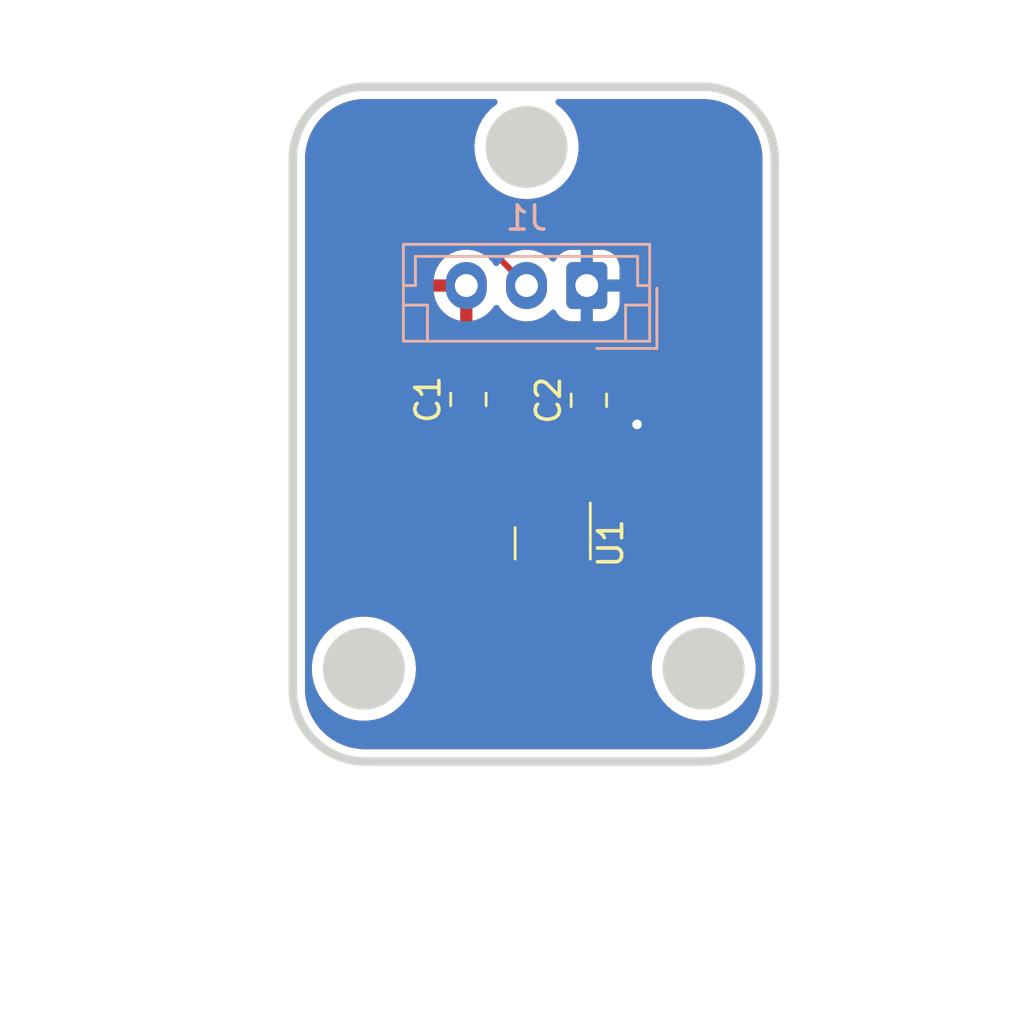
<source format=kicad_pcb>
(kicad_pcb (version 20211014) (generator pcbnew)
  (layers (0 "F.Cu" signal) (31 "B.Cu" signal) (34 "B.Paste" user) (35 "F.Paste" user) (36 "B.SilkS" user "B.Silkscreen") (37 "F.SilkS" user "F.Silkscreen") (38 "B.Mask" user) (39 "F.Mask" user) (44 "Edge.Cuts" user))
  (net 0 "")
  (net 1 "/Vout")
  (net 2 "GNDREF")
  (net 3 "+3V3")
  (footprint "Capacitor_SMD:C_0805_2012Metric_Pad1.18x1.45mm_HandSolder" (layer "F.Cu") (at 137.7875 63.5625 90)
    (fp_text reference "C2" (at 0 -1.68 90) (layer "F.SilkS"))
    (fp_text value "100nf")
    (fp_line (start -0.261252 -0.735) (end 0.261252 -0.735) (layer "F.SilkS") (width 0.12))
    (fp_line (start -0.261252 0.735) (end 0.261252 0.735) (layer "F.SilkS") (width 0.12))
    (pad "1" smd roundrect (at -1.0375 0 90) (size 1.175 1.45) (layers "F.Cu" "F.Paste" "F.Mask") (roundrect_rratio 0.2127659574) (net 3 "+3V3"))
    (pad "2" smd roundrect (at 1.0375 0 90) (size 1.175 1.45) (layers "F.Cu" "F.Paste" "F.Mask") (roundrect_rratio 0.2127659574) (net 2 "GNDREF"))
  )
  (footprint "Capacitor_SMD:C_0805_2012Metric_Pad1.18x1.45mm_HandSolder" (layer "F.Cu") (at 132.7875 63.525 90)
    (fp_text reference "C1" (at 0 -1.68 90) (layer "F.SilkS"))
    (fp_text value "4.7nf")
    (fp_line (start -0.261252 -0.735) (end 0.261252 -0.735) (layer "F.SilkS") (width 0.12))
    (fp_line (start -0.261252 0.735) (end 0.261252 0.735) (layer "F.SilkS") (width 0.12))
    (pad "1" smd roundrect (at -1.0375 0 90) (size 1.175 1.45) (layers "F.Cu" "F.Paste" "F.Mask") (roundrect_rratio 0.2127659574) (net 1 "/Vout"))
    (pad "2" smd roundrect (at 1.0375 0 90) (size 1.175 1.45) (layers "F.Cu" "F.Paste" "F.Mask") (roundrect_rratio 0.2127659574) (net 2 "GNDREF"))
  )
  (footprint "Package_TO_SOT_SMD:SOT-23" (layer "F.Cu") (at 136.2875 69.5 -90)
    (fp_text reference "U1" (at 0 -2.4 90) (layer "F.SilkS"))
    (fp_text value "MT9105ET")
    (fp_line (start 0 1.56) (end -0.65 1.56) (layer "F.SilkS") (width 0.12))
    (fp_line (start 0 -1.56) (end -1.675 -1.56) (layer "F.SilkS") (width 0.12))
    (fp_line (start 0 1.56) (end 0.65 1.56) (layer "F.SilkS") (width 0.12))
    (fp_line (start 0 -1.56) (end 0.65 -1.56) (layer "F.SilkS") (width 0.12))
    (pad "1" smd roundrect (at -0.9375 -0.95 270) (size 1.475 0.6) (layers "F.Cu" "F.Paste" "F.Mask") (net 3 "+3V3"))
    (pad "2" smd roundrect (at -0.9375 0.95 270) (size 1.475 0.6) (layers "F.Cu" "F.Paste" "F.Mask") (net 1 "/Vout"))
    (pad "3" smd roundrect (at 0.9375 0 270) (size 1.475 0.6) (layers "F.Cu" "F.Paste" "F.Mask") (net 2 "GNDREF"))
  )
  (footprint "Connector_JST:JST_EH_B3B-EH-A_1x03_P2.50mm_Vertical" (layer "B.Cu") (at 137.7 58.8 180)
    (fp_text reference "J1" (at 2.5 2.8) (layer "B.SilkS") (effects (justify mirror)))
    (fp_text value "Conn_01x03_Female")
    (fp_line (start 7.61 1.71) (end -2.61 1.71) (layer "B.SilkS") (width 0.12))
    (fp_line (start -2.11 0) (end -2.11 1.21) (layer "B.SilkS") (width 0.12))
    (fp_line (start -2.61 0) (end -2.11 0) (layer "B.SilkS") (width 0.12))
    (fp_line (start -2.61 -0.81) (end -1.61 -0.81) (layer "B.SilkS") (width 0.12))
    (fp_line (start 7.11 1.21) (end 7.11 0) (layer "B.SilkS") (width 0.12))
    (fp_line (start -2.61 1.71) (end -2.61 -2.31) (layer "B.SilkS") (width 0.12))
    (fp_line (start -2.61 -2.31) (end 7.61 -2.31) (layer "B.SilkS") (width 0.12))
    (fp_line (start 7.61 -0.81) (end 6.61 -0.81) (layer "B.SilkS") (width 0.12))
    (fp_line (start -2.91 -0.11) (end -2.91 -2.61) (layer "B.SilkS") (width 0.12))
    (fp_line (start -2.91 -2.61) (end -0.41 -2.61) (layer "B.SilkS") (width 0.12))
    (fp_line (start 6.61 -0.81) (end 6.61 -2.31) (layer "B.SilkS") (width 0.12))
    (fp_line (start 7.61 -2.31) (end 7.61 1.71) (layer "B.SilkS") (width 0.12))
    (fp_line (start 7.11 0) (end 7.61 0) (layer "B.SilkS") (width 0.12))
    (fp_line (start -1.61 -0.81) (end -1.61 -2.31) (layer "B.SilkS") (width 0.12))
    (fp_line (start -2.11 1.21) (end 7.11 1.21) (layer "B.SilkS") (width 0.12))
    (pad "1" thru_hole roundrect (at 0 0 180) (size 1.7 1.95) (drill 0.95) (layers *.Cu *.Mask) (roundrect_rratio 0.1470588235) (net 3 "+3V3"))
    (pad "2" thru_hole oval (at 2.5 0 180) (size 1.7 1.95) (drill 0.95) (layers *.Cu *.Mask) (net 1 "/Vout"))
    (pad "3" thru_hole oval (at 5 0 180) (size 1.7 1.95) (drill 0.95) (layers *.Cu *.Mask) (net 2 "GNDREF"))
  )
  (gr_line (start 127.627495 50.679675) (end 127.768749 50.640476) (layer "Edge.Cuts") (width 0.349999))
  (gr_line (start 143.088003 50.608176) (end 143.231251 50.640476) (layer "Edge.Cuts") (width 0.349999))
  (gr_line (start 142.943009 78.517122) (end 142.796513 78.535319) (layer "Edge.Cuts") (width 0.349999))
  (gr_line (start 128.203487 50.56468) (end 128.351239 50.553687) (layer "Edge.Cuts") (width 0.349999))
  (gr_line (start 126.088673 77.334815) (end 126.004035 77.214399) (layer "Edge.Cuts") (width 0.349999))
  (gr_line (start 142.648761 50.553687) (end 142.796513 50.56468) (layer "Edge.Cuts") (width 0.349999))
  (gr_line (start 145.467123 53.10699) (end 145.48532 53.253486) (layer "Edge.Cuts") (width 0.349999))
  (gr_line (start 126.004035 77.214399) (end 125.925584 77.090268) (layer "Edge.Cuts") (width 0.349999))
  (gr_line (start 127.768749 50.640476) (end 127.911997 50.608176) (layer "Edge.Cuts") (width 0.349999))
  (gr_line (start 145.324329 76.561518) (end 145.271638 76.698048) (layer "Edge.Cuts") (width 0.349999))
  (gr_line (start 125.728362 76.698048) (end 125.675671 76.561518) (layer "Edge.Cuts") (width 0.349999))
  (gr_line (start 126.37868 51.428679) (end 126.486477 51.326096) (layer "Edge.Cuts") (width 0.349999))
  (gr_line (start 126.179394 51.648726) (end 126.276097 51.536476) (layer "Edge.Cuts") (width 0.349999))
  (gr_line (start 126.004035 51.885598) (end 126.088673 51.765182) (layer "Edge.Cuts") (width 0.349999))
  (gr_line (start 144.401272 77.870604) (end 144.284816 77.961326) (layer "Edge.Cuts") (width 0.349999))
  (gr_line (start 145.496313 53.401238) (end 145.5 53.55) (layer "Edge.Cuts") (width 0.349999))
  (gr_line (start 142.5 50.55) (end 142.5 50.55) (layer "Edge.Cuts") (width 0.349999))
  (gr_line (start 144.284816 77.961326) (end 144.1644 78.045963) (layer "Edge.Cuts") (width 0.349999))
  (gr_line (start 145.496313 75.69876) (end 145.48532 75.846512) (layer "Edge.Cuts") (width 0.349999))
  (gr_line (start 145.074416 52.009729) (end 145.14658 52.137328) (layer "Edge.Cuts") (width 0.349999))
  (gr_line (start 143.088003 78.491822) (end 142.943009 78.517122) (layer "Edge.Cuts") (width 0.349999))
  (gr_line (start 125.503688 53.401238) (end 125.514681 53.253486) (layer "Edge.Cuts") (width 0.349999))
  (gr_line (start 145.409523 52.818748) (end 145.441823 52.961996) (layer "Edge.Cuts") (width 0.349999))
  (gr_line (start 145.48532 53.253486) (end 145.496313 53.401238) (layer "Edge.Cuts") (width 0.349999))
  (gr_line (start 127.218151 50.837644) (end 127.35195 50.778361) (layer "Edge.Cuts") (width 0.349999))
  (gr_line (start 144.621319 51.428679) (end 144.621319 51.428679) (layer "Edge.Cuts") (width 0.349999))
  (gr_line (start 126.276097 77.56352) (end 126.179394 77.451271) (layer "Edge.Cuts") (width 0.349999))
  (gr_circle (center 142.55 74.7) (end 144.2 74.7) (layer "Edge.Cuts") (width 0.1) (fill solid))
  (gr_line (start 125.590477 52.818748) (end 125.629676 52.677494) (layer "Edge.Cuts") (width 0.349999))
  (gr_line (start 145.5 53.55) (end 145.5 75.549999) (layer "Edge.Cuts") (width 0.349999))
  (gr_line (start 126.37868 51.428679) (end 126.37868 51.428679) (layer "Edge.Cuts") (width 0.349999))
  (gr_circle (center 128.45 74.7) (end 130.1 74.7) (layer "Edge.Cuts") (width 0.1) (fill solid))
  (gr_line (start 143.781848 50.837644) (end 143.91267 50.903419) (layer "Edge.Cuts") (width 0.349999))
  (gr_line (start 142.796513 78.535319) (end 142.648761 78.546312) (layer "Edge.Cuts") (width 0.349999))
  (gr_circle (center 135.2 53.049194) (end 136.85 53.049194) (layer "Edge.Cuts") (width 0.1) (fill solid))
  (gr_line (start 126.835599 51.054034) (end 126.95973 50.975583) (layer "Edge.Cuts") (width 0.349999))
  (gr_line (start 128.500001 50.55) (end 142.5 50.55) (layer "Edge.Cuts") (width 0.349999))
  (gr_line (start 127.35195 78.321637) (end 127.218151 78.262354) (layer "Edge.Cuts") (width 0.349999))
  (gr_line (start 126.276097 51.536476) (end 126.37868 51.428679) (layer "Edge.Cuts") (width 0.349999))
  (gr_line (start 126.486477 51.326096) (end 126.598727 51.229393) (layer "Edge.Cuts") (width 0.349999))
  (gr_line (start 125.558177 52.961996) (end 125.590477 52.818748) (layer "Edge.Cuts") (width 0.349999))
  (gr_line (start 125.532878 75.993008) (end 125.514681 75.846512) (layer "Edge.Cuts") (width 0.349999))
  (gr_line (start 126.598727 51.229393) (end 126.715183 51.138672) (layer "Edge.Cuts") (width 0.349999))
  (gr_line (start 145.212355 76.831847) (end 145.14658 76.962669) (layer "Edge.Cuts") (width 0.349999))
  (gr_line (start 125.787645 76.831847) (end 125.728362 76.698048) (layer "Edge.Cuts") (width 0.349999))
  (gr_line (start 145.370324 52.677494) (end 145.409523 52.818748) (layer "Edge.Cuts") (width 0.349999))
  (gr_line (start 145.271638 76.698048) (end 145.212355 76.831847) (layer "Edge.Cuts") (width 0.349999))
  (gr_line (start 143.231251 78.459522) (end 143.088003 78.491822) (layer "Edge.Cuts") (width 0.349999))
  (gr_line (start 143.231251 50.640476) (end 143.372505 50.679675) (layer "Edge.Cuts") (width 0.349999))
  (gr_line (start 126.179394 77.451271) (end 126.088673 77.334815) (layer "Edge.Cuts") (width 0.349999))
  (gr_line (start 125.85342 52.137328) (end 125.925584 52.009729) (layer "Edge.Cuts") (width 0.349999))
  (gr_line (start 125.590477 76.28125) (end 125.558177 76.138002) (layer "Edge.Cuts") (width 0.349999))
  (gr_line (start 145.5 75.549999) (end 145.5 75.549999) (layer "Edge.Cuts") (width 0.349999))
  (gr_line (start 144.911327 51.765182) (end 144.995964 51.885598) (layer "Edge.Cuts") (width 0.349999))
  (gr_line (start 125.514681 53.253486) (end 125.532878 53.10699) (layer "Edge.Cuts") (width 0.349999))
  (gr_line (start 128.500001 50.55) (end 128.500001 50.55) (layer "Edge.Cuts") (width 0.349999))
  (gr_line (start 128.351239 50.553687) (end 128.500001 50.55) (layer "Edge.Cuts") (width 0.349999))
  (gr_line (start 142.5 78.549999) (end 142.5 78.549999) (layer "Edge.Cuts") (width 0.349999))
  (gr_line (start 144.513521 51.326096) (end 144.621319 51.428679) (layer "Edge.Cuts") (width 0.349999))
  (gr_line (start 125.532878 53.10699) (end 125.558177 52.961996) (layer "Edge.Cuts") (width 0.349999))
  (gr_line (start 125.925584 52.009729) (end 126.004035 51.885598) (layer "Edge.Cuts") (width 0.349999))
  (gr_line (start 128.056991 78.517122) (end 127.911997 78.491822) (layer "Edge.Cuts") (width 0.349999))
  (gr_line (start 143.372505 78.420323) (end 143.231251 78.459522) (layer "Edge.Cuts") (width 0.349999))
  (gr_line (start 145.409523 76.28125) (end 145.370324 76.422504) (layer "Edge.Cuts") (width 0.349999))
  (gr_line (start 126.715183 77.961326) (end 126.598727 77.870604) (layer "Edge.Cuts") (width 0.349999))
  (gr_line (start 125.787645 52.26815) (end 125.85342 52.137328) (layer "Edge.Cuts") (width 0.349999))
  (gr_line (start 144.723902 51.536476) (end 144.820605 51.648726) (layer "Edge.Cuts") (width 0.349999))
  (gr_line (start 142.5 78.549999) (end 128.500001 78.549999) (layer "Edge.Cuts") (width 0.349999))
  (gr_line (start 126.37868 77.671318) (end 126.37868 77.671318) (layer "Edge.Cuts") (width 0.349999))
  (gr_line (start 144.1644 51.054034) (end 144.284816 51.138672) (layer "Edge.Cuts") (width 0.349999))
  (gr_line (start 145.14658 76.962669) (end 145.074416 77.090268) (layer "Edge.Cuts") (width 0.349999))
  (gr_line (start 125.503688 75.69876) (end 125.500001 75.549999) (layer "Edge.Cuts") (width 0.349999))
  (gr_line (start 125.558177 76.138002) (end 125.532878 75.993008) (layer "Edge.Cuts") (width 0.349999))
  (gr_line (start 128.500001 78.549999) (end 128.351239 78.546312) (layer "Edge.Cuts") (width 0.349999))
  (gr_line (start 125.500001 53.55) (end 125.500001 53.55) (layer "Edge.Cuts") (width 0.349999))
  (gr_line (start 127.35195 50.778361) (end 127.48848 50.72567) (layer "Edge.Cuts") (width 0.349999))
  (gr_line (start 126.95973 78.124415) (end 126.835599 78.045963) (layer "Edge.Cuts") (width 0.349999))
  (gr_line (start 125.728362 52.401949) (end 125.787645 52.26815) (layer "Edge.Cuts") (width 0.349999))
  (gr_line (start 125.925584 77.090268) (end 125.85342 76.962669) (layer "Edge.Cuts") (width 0.349999))
  (gr_line (start 144.513521 77.773901) (end 144.401272 77.870604) (layer "Edge.Cuts") (width 0.349999))
  (gr_line (start 144.1644 78.045963) (end 144.040269 78.124415) (layer "Edge.Cuts") (width 0.349999))
  (gr_line (start 145.5 75.549999) (end 145.496313 75.69876) (layer "Edge.Cuts") (width 0.349999))
  (gr_line (start 144.040269 50.975583) (end 144.1644 51.054034) (layer "Edge.Cuts") (width 0.349999))
  (gr_line (start 143.91267 78.196579) (end 143.781848 78.262354) (layer "Edge.Cuts") (width 0.349999))
  (gr_line (start 125.675671 76.561518) (end 125.629676 76.422504) (layer "Edge.Cuts") (width 0.349999))
  (gr_line (start 145.467123 75.993008) (end 145.441823 76.138002) (layer "Edge.Cuts") (width 0.349999))
  (gr_line (start 142.943009 50.582877) (end 143.088003 50.608176) (layer "Edge.Cuts") (width 0.349999))
  (gr_line (start 128.203487 78.535319) (end 128.056991 78.517122) (layer "Edge.Cuts") (width 0.349999))
  (gr_line (start 127.48848 50.72567) (end 127.627495 50.679675) (layer "Edge.Cuts") (width 0.349999))
  (gr_line (start 127.087329 78.196579) (end 126.95973 78.124415) (layer "Edge.Cuts") (width 0.349999))
  (gr_line (start 143.781848 78.262354) (end 143.648049 78.321637) (layer "Edge.Cuts") (width 0.349999))
  (gr_line (start 126.486477 77.773901) (end 126.37868 77.671318) (layer "Edge.Cuts") (width 0.349999))
  (gr_line (start 143.372505 50.679675) (end 143.511519 50.72567) (layer "Edge.Cuts") (width 0.349999))
  (gr_line (start 125.629676 76.422504) (end 125.590477 76.28125) (layer "Edge.Cuts") (width 0.349999))
  (gr_line (start 144.621319 77.671318) (end 144.513521 77.773901) (layer "Edge.Cuts") (width 0.349999))
  (gr_line (start 143.648049 50.778361) (end 143.781848 50.837644) (layer "Edge.Cuts") (width 0.349999))
  (gr_line (start 144.621319 51.428679) (end 144.723902 51.536476) (layer "Edge.Cuts") (width 0.349999))
  (gr_line (start 127.218151 78.262354) (end 127.087329 78.196579) (layer "Edge.Cuts") (width 0.349999))
  (gr_line (start 126.37868 77.671318) (end 126.276097 77.56352) (layer "Edge.Cuts") (width 0.349999))
  (gr_line (start 126.598727 77.870604) (end 126.486477 77.773901) (layer "Edge.Cuts") (width 0.349999))
  (gr_line (start 142.648761 78.546312) (end 142.5 78.549999) (layer "Edge.Cuts") (width 0.349999))
  (gr_line (start 125.85342 76.962669) (end 125.787645 76.831847) (layer "Edge.Cuts") (width 0.349999))
  (gr_line (start 127.768749 78.459522) (end 127.627495 78.420323) (layer "Edge.Cuts") (width 0.349999))
  (gr_line (start 145.324329 52.538479) (end 145.370324 52.677494) (layer "Edge.Cuts") (width 0.349999))
  (gr_line (start 144.820605 77.451271) (end 144.723902 77.56352) (layer "Edge.Cuts") (width 0.349999))
  (gr_line (start 145.271638 52.401949) (end 145.324329 52.538479) (layer "Edge.Cuts") (width 0.349999))
  (gr_line (start 144.284816 51.138672) (end 144.401272 51.229393) (layer "Edge.Cuts") (width 0.349999))
  (gr_line (start 145.5 53.55) (end 145.5 53.55) (layer "Edge.Cuts") (width 0.349999))
  (gr_line (start 144.995964 77.214399) (end 144.911327 77.334815) (layer "Edge.Cuts") (width 0.349999))
  (gr_line (start 144.911327 77.334815) (end 144.820605 77.451271) (layer "Edge.Cuts") (width 0.349999))
  (gr_line (start 144.040269 78.124415) (end 143.91267 78.196579) (layer "Edge.Cuts") (width 0.349999))
  (gr_line (start 127.48848 78.374328) (end 127.35195 78.321637) (layer "Edge.Cuts") (width 0.349999))
  (gr_line (start 127.087329 50.903419) (end 127.218151 50.837644) (layer "Edge.Cuts") (width 0.349999))
  (gr_line (start 126.715183 51.138672) (end 126.835599 51.054034) (layer "Edge.Cuts") (width 0.349999))
  (gr_line (start 127.911997 50.608176) (end 128.056991 50.582877) (layer "Edge.Cuts") (width 0.349999))
  (gr_line (start 143.648049 78.321637) (end 143.511519 78.374328) (layer "Edge.Cuts") (width 0.349999))
  (gr_line (start 144.401272 51.229393) (end 144.513521 51.326096) (layer "Edge.Cuts") (width 0.349999))
  (gr_line (start 145.441823 52.961996) (end 145.467123 53.10699) (layer "Edge.Cuts") (width 0.349999))
  (gr_line (start 145.48532 75.846512) (end 145.467123 75.993008) (layer "Edge.Cuts") (width 0.349999))
  (gr_line (start 128.351239 78.546312) (end 128.203487 78.535319) (layer "Edge.Cuts") (width 0.349999))
  (gr_line (start 142.5 50.55) (end 142.648761 50.553687) (layer "Edge.Cuts") (width 0.349999))
  (gr_line (start 145.14658 52.137328) (end 145.212355 52.26815) (layer "Edge.Cuts") (width 0.349999))
  (gr_line (start 144.621319 77.671318) (end 144.621319 77.671318) (layer "Edge.Cuts") (width 0.349999))
  (gr_line (start 125.629676 52.677494) (end 125.675671 52.538479) (layer "Edge.Cuts") (width 0.349999))
  (gr_line (start 125.514681 75.846512) (end 125.503688 75.69876) (layer "Edge.Cuts") (width 0.349999))
  (gr_line (start 128.056991 50.582877) (end 128.203487 50.56468) (layer "Edge.Cuts") (width 0.349999))
  (gr_line (start 143.511519 78.374328) (end 143.372505 78.420323) (layer "Edge.Cuts") (width 0.349999))
  (gr_line (start 145.441823 76.138002) (end 145.409523 76.28125) (layer "Edge.Cuts") (width 0.349999))
  (gr_line (start 143.91267 50.903419) (end 144.040269 50.975583) (layer "Edge.Cuts") (width 0.349999))
  (gr_line (start 126.95973 50.975583) (end 127.087329 50.903419) (layer "Edge.Cuts") (width 0.349999))
  (gr_line (start 145.370324 76.422504) (end 145.324329 76.561518) (layer "Edge.Cuts") (width 0.349999))
  (gr_line (start 127.627495 78.420323) (end 127.48848 78.374328) (layer "Edge.Cuts") (width 0.349999))
  (gr_line (start 145.074416 77.090268) (end 144.995964 77.214399) (layer "Edge.Cuts") (width 0.349999))
  (gr_line (start 126.835599 78.045963) (end 126.715183 77.961326) (layer "Edge.Cuts") (width 0.349999))
  (gr_line (start 125.675671 52.538479) (end 125.728362 52.401949) (layer "Edge.Cuts") (width 0.349999))
  (gr_line (start 127.911997 78.491822) (end 127.768749 78.459522) (layer "Edge.Cuts") (width 0.349999))
  (gr_line (start 125.500001 75.549999) (end 125.500001 53.55) (layer "Edge.Cuts") (width 0.349999))
  (gr_line (start 145.212355 52.26815) (end 145.271638 52.401949) (layer "Edge.Cuts") (width 0.349999))
  (gr_line (start 126.088673 51.765182) (end 126.179394 51.648726) (layer "Edge.Cuts") (width 0.349999))
  (gr_line (start 125.500001 53.55) (end 125.503688 53.401238) (layer "Edge.Cuts") (width 0.349999))
  (gr_line (start 128.500001 78.549999) (end 128.500001 78.549999) (layer "Edge.Cuts") (width 0.349999))
  (gr_line (start 143.511519 50.72567) (end 143.648049 50.778361) (layer "Edge.Cuts") (width 0.349999))
  (gr_line (start 144.723902 77.56352) (end 144.621319 77.671318) (layer "Edge.Cuts") (width 0.349999))
  (gr_line (start 142.796513 50.56468) (end 142.943009 50.582877) (layer "Edge.Cuts") (width 0.349999))
  (gr_line (start 144.820605 51.648726) (end 144.911327 51.765182) (layer "Edge.Cuts") (width 0.349999))
  (gr_line (start 144.995964 51.885598) (end 145.074416 52.009729) (layer "Edge.Cuts") (width 0.349999))
  (segment (start 129.5 55.75) (end 132.15 55.75) (width 0.25) (layer "F.Cu") (net 1))
  (segment (start 127.35 57.9) (end 129.5 55.75) (width 0.25) (layer "F.Cu") (net 1))
  (segment (start 132.7875 64.5625) (end 129.3125 64.5625) (width 0.25) (layer "F.Cu") (net 1))
  (segment (start 127.35 62.6) (end 127.35 57.9) (width 0.25) (layer "F.Cu") (net 1))
  (segment (start 129.3125 64.5625) (end 127.35 62.6) (width 0.25) (layer "F.Cu") (net 1))
  (segment (start 132.15 55.75) (end 135.2 58.8) (width 0.25) (layer "F.Cu") (net 1))
  (segment (start 135.3375 68.5625) (end 135.3375 67.1125) (width 0.25) (layer "F.Cu") (net 1))
  (segment (start 135.3375 67.1125) (end 132.7875 64.5625) (width 0.25) (layer "F.Cu") (net 1))
  (segment (start 137.7875 64.6) (end 139.75 64.6) (width 0.25) (layer "F.Cu") (net 3))
  (segment (start 139.75 64.6) (end 139.7875 64.5625) (width 0.25) (layer "F.Cu") (net 3))
  (segment (start 137.75 68.05) (end 137.2375 68.5625) (width 0.25) (layer "F.Cu") (net 3))
  (segment (start 137.7875 64.5625) (end 137.75 68.05) (width 0.25) (layer "F.Cu") (net 3))
  (via (at 139.7875 64.5625) (size 0.8) (drill 0.4) (layers "F.Cu" "B.Cu") (net 3))
  (zone (net 2) (net_name "GNDREF") (layer "F.Cu") (connect_pads (clearance 0.508)) (min_thickness 0.254) (fill yes (thermal_gap 0.508) (thermal_bridge_width 0.508))
    (polygon (pts (xy 155.85 89.45) (xy 113.35 89.45) (xy 113.85 46.95) (xy 155.85 46.95)))
  )
  (zone (net 3) (net_name "+3V3") (layer "B.Cu") (connect_pads (clearance 0.508)) (min_thickness 0.254) (fill yes (thermal_gap 0.508) (thermal_bridge_width 0.508))
    (polygon (pts (xy 155.85 89.45) (xy 113.35 89.45) (xy 113.85 46.95) (xy 155.85 46.95)))
  )
)
</source>
